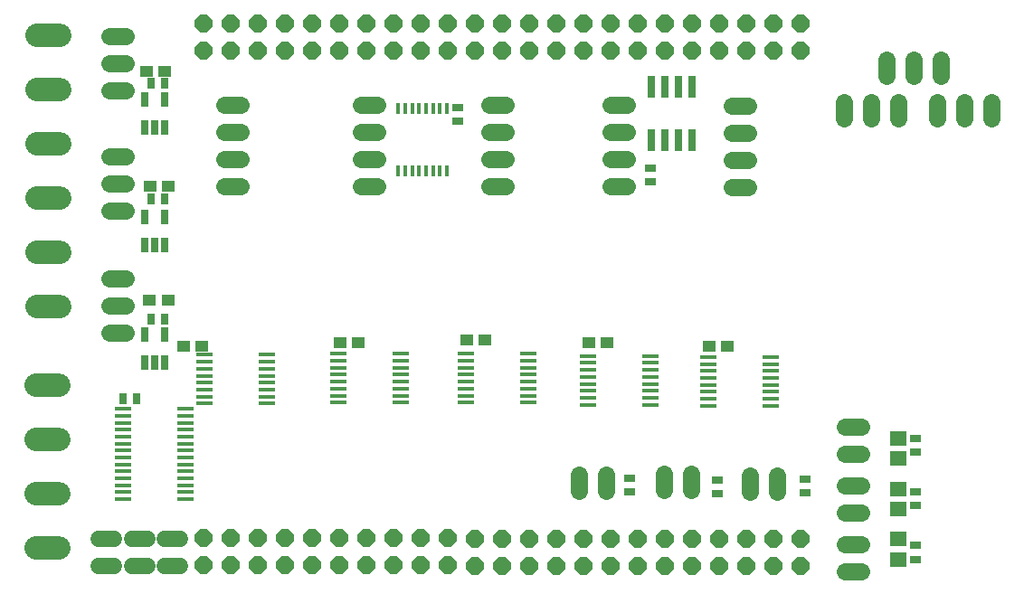
<source format=gbs>
G75*
G70*
%OFA0B0*%
%FSLAX24Y24*%
%IPPOS*%
%LPD*%
%AMOC8*
5,1,8,0,0,1.08239X$1,22.5*
%
%ADD10OC8,0.0640*%
%ADD11C,0.0640*%
%ADD12R,0.0620X0.0180*%
%ADD13R,0.0160X0.0430*%
%ADD14R,0.0260X0.0540*%
%ADD15R,0.0250X0.0820*%
%ADD16R,0.0394X0.0316*%
%ADD17C,0.0600*%
%ADD18R,0.0631X0.0552*%
%ADD19R,0.0316X0.0394*%
%ADD20R,0.0473X0.0434*%
%ADD21C,0.0865*%
D10*
X009848Y002526D03*
X010848Y002526D03*
X011848Y002526D03*
X012848Y002526D03*
X013848Y002526D03*
X014848Y002526D03*
X015848Y002526D03*
X016848Y002526D03*
X017848Y002526D03*
X018848Y002526D03*
X019848Y002486D03*
X020848Y002486D03*
X021848Y002486D03*
X022848Y002486D03*
X023848Y002486D03*
X024848Y002486D03*
X025848Y002486D03*
X026848Y002486D03*
X027848Y002486D03*
X028848Y002486D03*
X029848Y002486D03*
X030848Y002486D03*
X031848Y002486D03*
X031848Y003486D03*
X030848Y003486D03*
X029848Y003486D03*
X028848Y003486D03*
X027848Y003486D03*
X026848Y003486D03*
X025848Y003486D03*
X024848Y003486D03*
X023848Y003486D03*
X022848Y003486D03*
X021848Y003486D03*
X020848Y003486D03*
X019848Y003486D03*
X018848Y003526D03*
X017848Y003526D03*
X016848Y003526D03*
X015848Y003526D03*
X014848Y003526D03*
X013848Y003526D03*
X012848Y003526D03*
X011848Y003526D03*
X010848Y003526D03*
X009848Y003526D03*
X009852Y021486D03*
X010852Y021486D03*
X011852Y021486D03*
X012852Y021486D03*
X013852Y021486D03*
X014852Y021486D03*
X015852Y021486D03*
X016852Y021486D03*
X017852Y021486D03*
X018852Y021486D03*
X019852Y021486D03*
X020852Y021486D03*
X021852Y021486D03*
X022852Y021486D03*
X023852Y021486D03*
X024852Y021486D03*
X025852Y021486D03*
X026852Y021486D03*
X027852Y021486D03*
X028852Y021486D03*
X029852Y021486D03*
X030852Y021486D03*
X031852Y021486D03*
X031852Y022486D03*
X030852Y022486D03*
X029852Y022486D03*
X028852Y022486D03*
X027852Y022486D03*
X026852Y022486D03*
X025852Y022486D03*
X024852Y022486D03*
X023852Y022486D03*
X022852Y022486D03*
X021852Y022486D03*
X020852Y022486D03*
X019852Y022486D03*
X018852Y022486D03*
X017852Y022486D03*
X016852Y022486D03*
X015852Y022486D03*
X014852Y022486D03*
X013852Y022486D03*
X012852Y022486D03*
X011852Y022486D03*
X010852Y022486D03*
X009852Y022486D03*
D11*
X006979Y022018D02*
X006379Y022018D01*
X006379Y021018D02*
X006979Y021018D01*
X006979Y020018D02*
X006379Y020018D01*
X006379Y017569D02*
X006979Y017569D01*
X006979Y016569D02*
X006379Y016569D01*
X006379Y015569D02*
X006979Y015569D01*
X010615Y016486D02*
X011215Y016486D01*
X011215Y017486D02*
X010615Y017486D01*
X010615Y018486D02*
X011215Y018486D01*
X011215Y019486D02*
X010615Y019486D01*
X015654Y019486D02*
X016254Y019486D01*
X016254Y018486D02*
X015654Y018486D01*
X015654Y017486D02*
X016254Y017486D01*
X016254Y016486D02*
X015654Y016486D01*
X020379Y016486D02*
X020979Y016486D01*
X020979Y017486D02*
X020379Y017486D01*
X020379Y018486D02*
X020979Y018486D01*
X020979Y019486D02*
X020379Y019486D01*
X024867Y019486D02*
X025467Y019486D01*
X025467Y018486D02*
X024867Y018486D01*
X024867Y017486D02*
X025467Y017486D01*
X025467Y016486D02*
X024867Y016486D01*
X029316Y016447D02*
X029916Y016447D01*
X029916Y017447D02*
X029316Y017447D01*
X029316Y018447D02*
X029916Y018447D01*
X029916Y019447D02*
X029316Y019447D01*
X033458Y019585D02*
X033458Y018985D01*
X034458Y018985D02*
X034458Y019585D01*
X035458Y019585D02*
X035458Y018985D01*
X036883Y018985D02*
X036883Y019585D01*
X037033Y020560D02*
X037033Y021160D01*
X036033Y021160D02*
X036033Y020560D01*
X035033Y020560D02*
X035033Y021160D01*
X037883Y019585D02*
X037883Y018985D01*
X038883Y018985D02*
X038883Y019585D01*
X034089Y007620D02*
X033489Y007620D01*
X033489Y006620D02*
X034089Y006620D01*
X034089Y005455D02*
X033489Y005455D01*
X033489Y004455D02*
X034089Y004455D01*
X034089Y003289D02*
X033489Y003289D01*
X033489Y002289D02*
X034089Y002289D01*
X030982Y005206D02*
X030982Y005806D01*
X029982Y005806D02*
X029982Y005206D01*
X027832Y005285D02*
X027832Y005885D01*
X026832Y005885D02*
X026832Y005285D01*
X024683Y005245D02*
X024683Y005845D01*
X023683Y005845D02*
X023683Y005245D01*
X006979Y011081D02*
X006379Y011081D01*
X006379Y012081D02*
X006979Y012081D01*
X006979Y013081D02*
X006379Y013081D01*
D12*
X009883Y010264D03*
X009883Y010004D03*
X009883Y009744D03*
X009883Y009494D03*
X009883Y009234D03*
X009883Y008984D03*
X009883Y008724D03*
X009883Y008464D03*
X009191Y008268D03*
X009191Y008018D03*
X009191Y007758D03*
X009191Y007508D03*
X009191Y007248D03*
X009191Y006988D03*
X009191Y006738D03*
X009191Y006478D03*
X009191Y006228D03*
X009191Y005968D03*
X009191Y005708D03*
X009191Y005458D03*
X009191Y005198D03*
X009191Y004948D03*
X006891Y004948D03*
X006891Y005198D03*
X006891Y005458D03*
X006891Y005708D03*
X006891Y005968D03*
X006891Y006228D03*
X006891Y006478D03*
X006891Y006738D03*
X006891Y006988D03*
X006891Y007248D03*
X006891Y007508D03*
X006891Y007758D03*
X006891Y008018D03*
X006891Y008268D03*
X012183Y008464D03*
X012183Y008724D03*
X012183Y008984D03*
X012183Y009234D03*
X012183Y009494D03*
X012183Y009744D03*
X012183Y010004D03*
X012183Y010264D03*
X014804Y010303D03*
X014804Y010043D03*
X014804Y009783D03*
X014804Y009533D03*
X014804Y009273D03*
X014804Y009023D03*
X014804Y008763D03*
X014804Y008503D03*
X017104Y008503D03*
X017104Y008763D03*
X017104Y009023D03*
X017104Y009273D03*
X017104Y009533D03*
X017104Y009783D03*
X017104Y010043D03*
X017104Y010303D03*
X019529Y010303D03*
X019529Y010043D03*
X019529Y009783D03*
X019529Y009533D03*
X019529Y009273D03*
X019529Y009023D03*
X019529Y008763D03*
X019529Y008503D03*
X021829Y008503D03*
X021829Y008763D03*
X021829Y009023D03*
X021829Y009273D03*
X021829Y009533D03*
X021829Y009783D03*
X021829Y010043D03*
X021829Y010303D03*
X024017Y010225D03*
X024017Y009965D03*
X024017Y009705D03*
X024017Y009455D03*
X024017Y009195D03*
X024017Y008945D03*
X024017Y008685D03*
X024017Y008425D03*
X026317Y008425D03*
X026317Y008685D03*
X026317Y008945D03*
X026317Y009195D03*
X026317Y009455D03*
X026317Y009705D03*
X026317Y009965D03*
X026317Y010225D03*
X028466Y010185D03*
X028466Y009925D03*
X028466Y009665D03*
X028466Y009415D03*
X028466Y009155D03*
X028466Y008905D03*
X028466Y008645D03*
X028466Y008385D03*
X030766Y008385D03*
X030766Y008645D03*
X030766Y008905D03*
X030766Y009155D03*
X030766Y009415D03*
X030766Y009665D03*
X030766Y009925D03*
X030766Y010185D03*
D13*
X018819Y017034D03*
X018563Y017034D03*
X018307Y017034D03*
X018051Y017034D03*
X017795Y017034D03*
X017539Y017034D03*
X017283Y017034D03*
X017027Y017034D03*
X017027Y019332D03*
X017283Y019332D03*
X017539Y019332D03*
X017795Y019332D03*
X018051Y019332D03*
X018307Y019332D03*
X018563Y019332D03*
X018819Y019332D03*
D14*
X008411Y019677D03*
X007671Y019677D03*
X007671Y018657D03*
X008041Y018657D03*
X008411Y018657D03*
X008411Y015347D03*
X007671Y015347D03*
X007671Y014327D03*
X008041Y014327D03*
X008411Y014327D03*
X008411Y011016D03*
X007671Y011016D03*
X007671Y009996D03*
X008041Y009996D03*
X008411Y009996D03*
D15*
X026346Y018197D03*
X026846Y018197D03*
X027346Y018197D03*
X027846Y018197D03*
X027846Y020137D03*
X027346Y020137D03*
X026846Y020137D03*
X026346Y020137D03*
D16*
X026328Y017144D03*
X026328Y016632D03*
X019222Y018872D03*
X019222Y019384D03*
X036072Y007179D03*
X036072Y006667D03*
X036072Y005211D03*
X036072Y004699D03*
X036072Y003242D03*
X036072Y002730D03*
X032017Y005171D03*
X032017Y005683D03*
X028789Y005644D03*
X028789Y005132D03*
X025561Y005211D03*
X025561Y005722D03*
D17*
X008990Y003486D02*
X008430Y003486D01*
X007770Y003486D02*
X007210Y003486D01*
X006549Y003486D02*
X005989Y003486D01*
X005989Y002486D02*
X006549Y002486D01*
X007210Y002486D02*
X007770Y002486D01*
X008430Y002486D02*
X008990Y002486D01*
D18*
X035443Y002730D03*
X035443Y003478D03*
X035443Y004581D03*
X035443Y005329D03*
X035443Y006431D03*
X035443Y007179D03*
D19*
X008419Y011581D03*
X007907Y011581D03*
X007399Y008663D03*
X006887Y008663D03*
X007903Y016018D03*
X008415Y016018D03*
X008415Y020277D03*
X007903Y020277D03*
D20*
X007746Y020722D03*
X008415Y020722D03*
X008569Y016474D03*
X007899Y016474D03*
X007868Y012297D03*
X008537Y012297D03*
X009108Y010596D03*
X009777Y010596D03*
X014872Y010703D03*
X015541Y010703D03*
X019557Y010821D03*
X020226Y010821D03*
X024045Y010703D03*
X024714Y010703D03*
X028494Y010585D03*
X029163Y010585D03*
D21*
X004509Y003136D02*
X003684Y003136D01*
X003684Y005136D02*
X004509Y005136D01*
X004509Y007136D02*
X003684Y007136D01*
X003684Y009136D02*
X004509Y009136D01*
X004548Y012041D02*
X003723Y012041D01*
X003723Y014041D02*
X004548Y014041D01*
X004548Y016041D02*
X003723Y016041D01*
X003723Y018041D02*
X004548Y018041D01*
X004548Y020041D02*
X003723Y020041D01*
X003723Y022041D02*
X004548Y022041D01*
M02*

</source>
